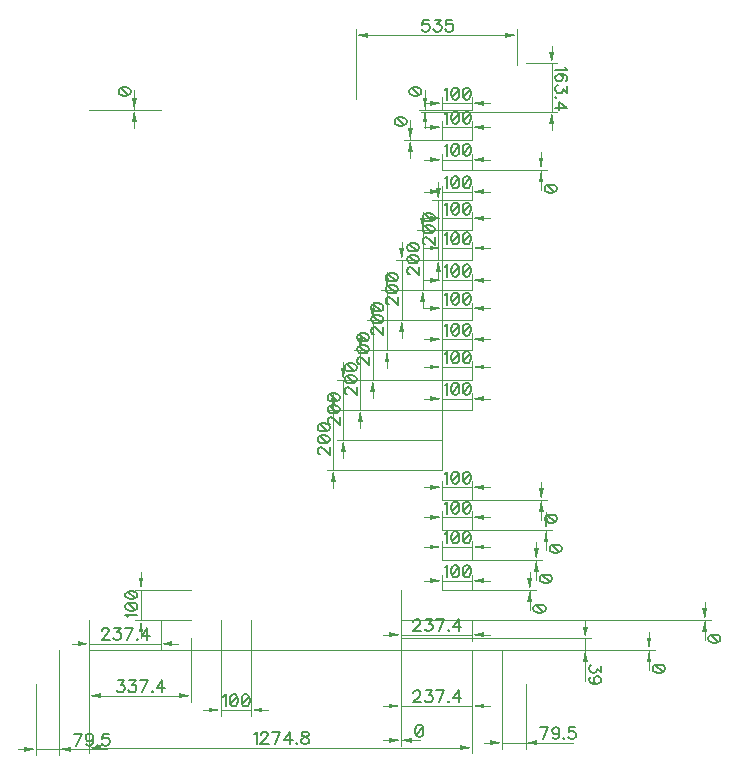
<source format=gbr>
G04 DipTrace 3.0.0.1*
G04 TopDimension.gbr*
%MOIN*%
G04 #@! TF.FileFunction,Drawing,Top*
G04 #@! TF.Part,Single*
%ADD13C,0.001378*%
%ADD40C,0.006176*%
%FSLAX26Y26*%
G04*
G70*
G90*
G75*
G01*
G04 TopDimension*
%LPD*%
X573229Y505118D2*
D13*
Y160630D1*
X1848032Y505118D2*
Y160630D1*
X1210630Y180315D2*
X612599D1*
G36*
X573229D2*
X612599Y188189D1*
Y172441D1*
X573229Y180315D1*
G37*
X1210630D2*
D13*
X1808662D1*
G36*
X1848032D2*
X1808662Y172441D1*
Y188189D1*
X1848032Y180315D1*
G37*
X573229Y505118D2*
D13*
X2458662D1*
X1848032D2*
X2458662D1*
X2438977D2*
D3*
Y564173D2*
Y544488D1*
G36*
Y505118D2*
X2431103Y544488D1*
X2446851D1*
X2438977Y505118D1*
G37*
Y446063D2*
D13*
Y465748D1*
G36*
Y505118D2*
X2446851Y465748D1*
X2431103D1*
X2438977Y505118D1*
G37*
Y438954D2*
D13*
Y505118D1*
X473229D2*
Y154331D1*
X393701Y393701D2*
Y154331D1*
Y174016D2*
X473229D1*
X334646D2*
X354331D1*
G36*
X393701D2*
X354331Y166142D1*
Y181890D1*
X393701Y174016D1*
G37*
X532284D2*
D13*
X512599D1*
G36*
X473229D2*
X512599Y181890D1*
Y166142D1*
X473229Y174016D1*
G37*
X631982D2*
D13*
X473229D1*
X1948032Y505118D2*
Y176772D1*
X2027559Y393701D2*
Y176772D1*
X1948032Y196457D2*
X2027559D1*
X1888977D2*
X1908662D1*
G36*
X1948032D2*
X1908662Y188583D1*
Y204331D1*
X1948032Y196457D1*
G37*
X2086614D2*
D13*
X2066929D1*
G36*
X2027559D2*
X2066929Y204331D1*
Y188583D1*
X2027559Y196457D1*
G37*
X2186313D2*
D13*
X2027559D1*
X1010630Y605118D2*
Y285827D1*
X1110630Y605118D2*
Y285827D1*
X1010630Y305512D2*
X1110630D1*
X951575D2*
X971260D1*
G36*
X1010630D2*
X971260Y297638D1*
Y313386D1*
X1010630Y305512D1*
G37*
X1169685D2*
D13*
X1150000D1*
G36*
X1110630D2*
X1150000Y313386D1*
Y297638D1*
X1110630Y305512D1*
G37*
X910630Y705118D2*
D13*
X725591D1*
X910630Y605118D2*
X725591D1*
X745276Y705118D2*
Y605118D1*
Y764173D2*
Y744488D1*
G36*
Y705118D2*
X737402Y744488D1*
X753150D1*
X745276Y705118D1*
G37*
Y546063D2*
D13*
Y565748D1*
G36*
Y605118D2*
X753150Y565748D1*
X737402D1*
X745276Y605118D1*
G37*
X1748032Y2305118D2*
D13*
Y2347638D1*
X1848032Y2305118D2*
Y2347638D1*
X1748032Y2327953D2*
X1848032D1*
X1688977D2*
X1708662D1*
G36*
X1748032D2*
X1708662Y2320079D1*
Y2335827D1*
X1748032Y2327953D1*
G37*
X1907087D2*
D13*
X1887402D1*
G36*
X1848032D2*
X1887402Y2335827D1*
Y2320079D1*
X1848032Y2327953D1*
G37*
X1748032Y2205118D2*
D13*
Y2267717D1*
X1848032Y2205118D2*
Y2267717D1*
X1748032Y2248032D2*
X1848032D1*
X1688977D2*
X1708662D1*
G36*
X1748032D2*
X1708662Y2240158D1*
Y2255906D1*
X1748032Y2248032D1*
G37*
X1907087D2*
D13*
X1887402D1*
G36*
X1848032D2*
X1887402Y2255906D1*
Y2240158D1*
X1848032Y2248032D1*
G37*
X1748032Y1805118D2*
D13*
Y2052362D1*
X1848032Y2005118D2*
Y2052362D1*
X1748032Y2032677D2*
X1848032D1*
X1688977D2*
X1708662D1*
G36*
X1748032D2*
X1708662Y2024803D1*
Y2040551D1*
X1748032Y2032677D1*
G37*
X1907087D2*
D13*
X1887402D1*
G36*
X1848032D2*
X1887402Y2040551D1*
Y2024803D1*
X1848032Y2032677D1*
G37*
X1748032Y1705118D2*
D13*
Y1964173D1*
X1848032Y1905118D2*
Y1964173D1*
X1748032Y1944488D2*
X1848032D1*
X1688977D2*
X1708662D1*
G36*
X1748032D2*
X1708662Y1936614D1*
Y1952362D1*
X1748032Y1944488D1*
G37*
X1907087D2*
D13*
X1887402D1*
G36*
X1848032D2*
X1887402Y1952362D1*
Y1936614D1*
X1848032Y1944488D1*
G37*
X1748032Y1605118D2*
D13*
Y1864961D1*
X1848032Y1805118D2*
Y1864961D1*
X1748032Y1845276D2*
X1848032D1*
X1688977D2*
X1708662D1*
G36*
X1748032D2*
X1708662Y1837402D1*
Y1853150D1*
X1748032Y1845276D1*
G37*
X1907087D2*
D13*
X1887402D1*
G36*
X1848032D2*
X1887402Y1853150D1*
Y1837402D1*
X1848032Y1845276D1*
G37*
X1748032Y1505118D2*
D13*
Y1757874D1*
X1848032Y1705118D2*
Y1757874D1*
X1748032Y1738189D2*
X1848032D1*
X1688977D2*
X1708662D1*
G36*
X1748032D2*
X1708662Y1730315D1*
Y1746063D1*
X1748032Y1738189D1*
G37*
X1907087D2*
D13*
X1887402D1*
G36*
X1848032D2*
X1887402Y1746063D1*
Y1730315D1*
X1848032Y1738189D1*
G37*
X1610630Y605118D2*
D13*
Y537008D1*
X1848032Y605118D2*
Y537008D1*
X1610630Y556693D2*
X1848032D1*
X1551575D2*
X1571260D1*
G36*
X1610630D2*
X1571260Y548819D1*
Y564567D1*
X1610630Y556693D1*
G37*
X1907087D2*
D13*
X1887402D1*
G36*
X1848032D2*
X1887402Y564567D1*
Y548819D1*
X1848032Y556693D1*
G37*
X810630Y605118D2*
D13*
Y507481D1*
X573229Y605118D2*
Y507481D1*
Y527166D2*
X810630D1*
X514173D2*
X533858D1*
G36*
X573229D2*
X533858Y519292D1*
Y535040D1*
X573229Y527166D1*
G37*
X869685D2*
D13*
X850000D1*
G36*
X810630D2*
X850000Y535040D1*
Y519292D1*
X810630Y527166D1*
G37*
Y2305118D2*
D13*
X703544D1*
X573229D2*
X742914D1*
X723229D2*
D3*
Y2364173D2*
Y2344488D1*
G36*
Y2305118D2*
X715355Y2344488D1*
X731103D1*
X723229Y2305118D1*
G37*
Y2246063D2*
D13*
Y2265748D1*
G36*
Y2305118D2*
X731103Y2265748D1*
X715355D1*
X723229Y2305118D1*
G37*
Y2371283D2*
D13*
Y2305118D1*
X1610630Y605118D2*
X2643701D1*
X1848032D2*
X2643701D1*
X2624016D2*
D3*
Y664173D2*
Y644488D1*
G36*
Y605118D2*
X2616142Y644488D1*
X2631890D1*
X2624016Y605118D1*
G37*
Y546063D2*
D13*
Y565748D1*
G36*
Y605118D2*
X2631890Y565748D1*
X2616142D1*
X2624016Y605118D1*
G37*
Y538954D2*
D13*
Y605118D1*
X1748032Y1405118D2*
Y1663780D1*
X1848032Y1605118D2*
Y1663780D1*
X1748032Y1644095D2*
X1848032D1*
X1688977D2*
X1708662D1*
G36*
X1748032D2*
X1708662Y1636221D1*
Y1651969D1*
X1748032Y1644095D1*
G37*
X1907087D2*
D13*
X1887402D1*
G36*
X1848032D2*
X1887402Y1651969D1*
Y1636221D1*
X1848032Y1644095D1*
G37*
X1748032Y1305118D2*
D13*
Y1561024D1*
X1848032Y1505118D2*
Y1561024D1*
X1748032Y1541339D2*
X1848032D1*
X1688977D2*
X1708662D1*
G36*
X1748032D2*
X1708662Y1533465D1*
Y1549213D1*
X1748032Y1541339D1*
G37*
X1907087D2*
D13*
X1887402D1*
G36*
X1848032D2*
X1887402Y1549213D1*
Y1533465D1*
X1848032Y1541339D1*
G37*
X1748032Y1205118D2*
D13*
Y1468504D1*
X1848032Y1405118D2*
Y1468504D1*
X1748032Y1448819D2*
X1848032D1*
X1688977D2*
X1708662D1*
G36*
X1748032D2*
X1708662Y1440945D1*
Y1456693D1*
X1748032Y1448819D1*
G37*
X1907087D2*
D13*
X1887402D1*
G36*
X1848032D2*
X1887402Y1456693D1*
Y1440945D1*
X1848032Y1448819D1*
G37*
X1748032Y1105118D2*
D13*
Y1363386D1*
X1848032Y1305118D2*
Y1363386D1*
X1748032Y1343701D2*
X1848032D1*
X1688977D2*
X1708662D1*
G36*
X1748032D2*
X1708662Y1335827D1*
Y1351575D1*
X1748032Y1343701D1*
G37*
X1907087D2*
D13*
X1887402D1*
G36*
X1848032D2*
X1887402Y1351575D1*
Y1335827D1*
X1848032Y1343701D1*
G37*
X1748032Y2305118D2*
D13*
X1672047D1*
X1848032D2*
X1672047D1*
X1691732D2*
D3*
Y2364173D2*
Y2344488D1*
G36*
Y2305118D2*
X1683858Y2344488D1*
X1699607D1*
X1691732Y2305118D1*
G37*
Y2246063D2*
D13*
Y2265748D1*
G36*
Y2305118D2*
X1699607Y2265748D1*
X1683858D1*
X1691732Y2305118D1*
G37*
Y2371283D2*
D13*
Y2305118D1*
X1848032Y2205118D2*
X1623229D1*
X1748032D2*
X1623229D1*
X1642914D2*
D3*
Y2264173D2*
Y2244488D1*
G36*
Y2205118D2*
X1635040Y2244488D1*
X1650788D1*
X1642914Y2205118D1*
G37*
Y2146063D2*
D13*
Y2165748D1*
G36*
Y2205118D2*
X1650788Y2165748D1*
X1635040D1*
X1642914Y2205118D1*
G37*
Y2271283D2*
D13*
Y2205118D1*
X1848032Y2005118D2*
X1716536D1*
X1748032Y1805118D2*
X1716536D1*
X1736221Y2005118D2*
Y1805118D1*
Y2064173D2*
Y2044488D1*
G36*
Y2005118D2*
X1728347Y2044488D1*
X1744095D1*
X1736221Y2005118D1*
G37*
Y1746063D2*
D13*
Y1765748D1*
G36*
Y1805118D2*
X1744095Y1765748D1*
X1728347D1*
X1736221Y1805118D1*
G37*
X1848032Y1905118D2*
D13*
X1664567D1*
X1748032Y1705118D2*
X1664567D1*
X1684252Y1905118D2*
Y1705118D1*
Y1964173D2*
Y1944488D1*
G36*
Y1905118D2*
X1676378Y1944488D1*
X1692126D1*
X1684252Y1905118D1*
G37*
Y1646063D2*
D13*
Y1665748D1*
G36*
Y1705118D2*
X1692126Y1665748D1*
X1676378D1*
X1684252Y1705118D1*
G37*
X1848032Y1805118D2*
D13*
X1594095D1*
X1748032Y1605118D2*
X1594095D1*
X1613780Y1805118D2*
Y1605118D1*
Y1864173D2*
Y1844488D1*
G36*
Y1805118D2*
X1605906Y1844488D1*
X1621654D1*
X1613780Y1805118D1*
G37*
Y1546063D2*
D13*
Y1565748D1*
G36*
Y1605118D2*
X1621654Y1565748D1*
X1605906D1*
X1613780Y1605118D1*
G37*
X1848032Y1705118D2*
D13*
X1545276D1*
X1748032Y1505118D2*
X1545276D1*
X1564961Y1705118D2*
Y1505118D1*
Y1764173D2*
Y1744488D1*
G36*
Y1705118D2*
X1557087Y1744488D1*
X1572835D1*
X1564961Y1705118D1*
G37*
Y1446063D2*
D13*
Y1465748D1*
G36*
Y1505118D2*
X1572835Y1465748D1*
X1557087D1*
X1564961Y1505118D1*
G37*
X1848032Y1605118D2*
D13*
X1498032D1*
X1748032Y1405118D2*
X1498032D1*
X1517717Y1605118D2*
Y1405118D1*
Y1664173D2*
Y1644488D1*
G36*
Y1605118D2*
X1509843Y1644488D1*
X1525591D1*
X1517717Y1605118D1*
G37*
Y1346063D2*
D13*
Y1365748D1*
G36*
Y1405118D2*
X1525591Y1365748D1*
X1509843D1*
X1517717Y1405118D1*
G37*
X1848032Y1505118D2*
D13*
X1456693D1*
X1748032Y1305118D2*
X1456693D1*
X1476378Y1505118D2*
Y1305118D1*
Y1564173D2*
Y1544488D1*
G36*
Y1505118D2*
X1468504Y1544488D1*
X1484252D1*
X1476378Y1505118D1*
G37*
Y1246063D2*
D13*
Y1265748D1*
G36*
Y1305118D2*
X1484252Y1265748D1*
X1468504D1*
X1476378Y1305118D1*
G37*
X1848032Y1405118D2*
D13*
X1400000D1*
X1748032Y1205118D2*
X1400000D1*
X1419685Y1405118D2*
Y1205118D1*
Y1464173D2*
Y1444488D1*
G36*
Y1405118D2*
X1411811Y1444488D1*
X1427559D1*
X1419685Y1405118D1*
G37*
Y1146063D2*
D13*
Y1165748D1*
G36*
Y1205118D2*
X1427559Y1165748D1*
X1411811D1*
X1419685Y1205118D1*
G37*
X1848032Y1305118D2*
D13*
X1366536D1*
X1748032Y1105118D2*
X1366536D1*
X1386221Y1305118D2*
Y1105118D1*
Y1364173D2*
Y1344488D1*
G36*
Y1305118D2*
X1378347Y1344488D1*
X1394095D1*
X1386221Y1305118D1*
G37*
Y1046063D2*
D13*
Y1065748D1*
G36*
Y1105118D2*
X1394095Y1065748D1*
X1378347D1*
X1386221Y1105118D1*
G37*
X1848032Y505118D2*
D13*
X2246457D1*
X1610630Y544095D2*
X2246457D1*
X2226772D2*
Y505118D1*
Y603150D2*
Y583465D1*
G36*
Y544095D2*
X2218898Y583465D1*
X2234646D1*
X2226772Y544095D1*
G37*
Y446063D2*
D13*
Y465748D1*
G36*
Y505118D2*
X2234646Y465748D1*
X2218898D1*
X2226772Y505118D1*
G37*
Y401709D2*
D13*
Y544095D1*
X910630D2*
Y333071D1*
X573229Y505118D2*
Y333071D1*
X741929Y352756D2*
X871260D1*
G36*
X910630D2*
X871260Y344882D1*
Y360630D1*
X910630Y352756D1*
G37*
X741929D2*
D13*
X612599D1*
G36*
X573229D2*
X612599Y360630D1*
Y344882D1*
X573229Y352756D1*
G37*
X1610630Y544095D2*
D13*
Y299213D1*
X1848032Y505118D2*
Y299213D1*
X1610630Y318898D2*
X1848032D1*
X1551575D2*
X1571260D1*
G36*
X1610630D2*
X1571260Y311024D1*
Y326772D1*
X1610630Y318898D1*
G37*
X1907087D2*
D13*
X1887402D1*
G36*
X1848032D2*
X1887402Y326772D1*
Y311024D1*
X1848032Y318898D1*
G37*
X1748032Y1005118D2*
D13*
Y1067717D1*
X1848032Y1005118D2*
Y1067717D1*
X1748032Y1048032D2*
X1848032D1*
X1688977D2*
X1708662D1*
G36*
X1748032D2*
X1708662Y1040158D1*
Y1055906D1*
X1748032Y1048032D1*
G37*
X1907087D2*
D13*
X1887402D1*
G36*
X1848032D2*
X1887402Y1055906D1*
Y1040158D1*
X1848032Y1048032D1*
G37*
X1748032Y1005118D2*
D13*
X2099213D1*
X1848032D2*
X2099213D1*
X2079528D2*
D3*
Y1064173D2*
Y1044488D1*
G36*
Y1005118D2*
X2071654Y1044488D1*
X2087402D1*
X2079528Y1005118D1*
G37*
Y946063D2*
D13*
Y965748D1*
G36*
Y1005118D2*
X2087402Y965748D1*
X2071654D1*
X2079528Y1005118D1*
G37*
Y938954D2*
D13*
Y1005118D1*
X1748032Y905118D2*
X2114961D1*
X1848032D2*
X2114961D1*
X2095276D2*
D3*
Y964173D2*
Y944488D1*
G36*
Y905118D2*
X2087402Y944488D1*
X2103150D1*
X2095276Y905118D1*
G37*
Y846063D2*
D13*
Y865748D1*
G36*
Y905118D2*
X2103150Y865748D1*
X2087402D1*
X2095276Y905118D1*
G37*
Y838954D2*
D13*
Y905118D1*
X1748032Y805118D2*
X2082284D1*
X1848032D2*
X2082284D1*
X2062599D2*
D3*
Y864173D2*
Y844488D1*
G36*
Y805118D2*
X2054725Y844488D1*
X2070473D1*
X2062599Y805118D1*
G37*
Y746063D2*
D13*
Y765748D1*
G36*
Y805118D2*
X2070473Y765748D1*
X2054725D1*
X2062599Y805118D1*
G37*
Y738954D2*
D13*
Y805118D1*
X1748032Y705118D2*
X2061024D1*
X1848032D2*
X2061024D1*
X2041339D2*
D3*
Y764173D2*
Y744488D1*
G36*
Y705118D2*
X2033465Y744488D1*
X2049213D1*
X2041339Y705118D1*
G37*
Y646063D2*
D13*
Y665748D1*
G36*
Y705118D2*
X2049213Y665748D1*
X2033465D1*
X2041339Y705118D1*
G37*
Y638954D2*
D13*
Y705118D1*
X1748032Y905118D2*
Y967323D1*
X1848032Y905118D2*
Y967323D1*
X1748032Y947638D2*
X1848032D1*
X1688977D2*
X1708662D1*
G36*
X1748032D2*
X1708662Y939764D1*
Y955512D1*
X1748032Y947638D1*
G37*
X1907087D2*
D13*
X1887402D1*
G36*
X1848032D2*
X1887402Y955512D1*
Y939764D1*
X1848032Y947638D1*
G37*
X1748032Y805118D2*
D13*
Y868110D1*
X1848032Y805118D2*
Y868110D1*
X1748032Y848425D2*
X1848032D1*
X1688977D2*
X1708662D1*
G36*
X1748032D2*
X1708662Y840551D1*
Y856299D1*
X1748032Y848425D1*
G37*
X1907087D2*
D13*
X1887402D1*
G36*
X1848032D2*
X1887402Y856299D1*
Y840551D1*
X1848032Y848425D1*
G37*
X1748032Y705118D2*
D13*
Y755906D1*
X1848032Y705118D2*
Y755906D1*
X1748032Y736221D2*
X1848032D1*
X1688977D2*
X1708662D1*
G36*
X1748032D2*
X1708662Y728347D1*
Y744095D1*
X1748032Y736221D1*
G37*
X1907087D2*
D13*
X1887402D1*
G36*
X1848032D2*
X1887402Y744095D1*
Y728347D1*
X1848032Y736221D1*
G37*
X1748032Y2105118D2*
D13*
Y2159843D1*
X1848032Y2105118D2*
Y2159843D1*
X1748032Y2140158D2*
X1848032D1*
X1688977D2*
X1708662D1*
G36*
X1748032D2*
X1708662Y2132284D1*
Y2148032D1*
X1748032Y2140158D1*
G37*
X1907087D2*
D13*
X1887402D1*
G36*
X1848032D2*
X1887402Y2148032D1*
Y2132284D1*
X1848032Y2140158D1*
G37*
X1748032Y2105118D2*
D13*
X2098425D1*
X1848032D2*
X2098425D1*
X2078740D2*
D3*
Y2164173D2*
Y2144488D1*
G36*
Y2105118D2*
X2070866Y2144488D1*
X2086614D1*
X2078740Y2105118D1*
G37*
Y2046063D2*
D13*
Y2065748D1*
G36*
Y2105118D2*
X2086614Y2065748D1*
X2070866D1*
X2078740Y2105118D1*
G37*
Y2038954D2*
D13*
Y2105118D1*
X1462992Y2342126D2*
Y2574410D1*
X1998032Y2455118D2*
Y2574410D1*
X1730512Y2554725D2*
X1502362D1*
G36*
X1462992D2*
X1502362Y2562599D1*
Y2546851D1*
X1462992Y2554725D1*
G37*
X1730512D2*
D13*
X1958662D1*
G36*
X1998032D2*
X1958662Y2546851D1*
Y2562599D1*
X1998032Y2554725D1*
G37*
X2027559Y2460630D2*
D13*
X2133465D1*
X1677166Y2297244D2*
X2133465D1*
X2113780Y2460630D2*
Y2297244D1*
Y2519685D2*
Y2500000D1*
G36*
Y2460630D2*
X2105906Y2500000D1*
X2121654D1*
X2113780Y2460630D1*
G37*
Y2238189D2*
D13*
Y2257874D1*
G36*
Y2297244D2*
X2121654Y2257874D1*
X2105906D1*
X2113780Y2297244D1*
G37*
X1610630Y705118D2*
D13*
Y184252D1*
Y544095D2*
Y184252D1*
Y203937D2*
D3*
X1551575D2*
X1571260D1*
G36*
X1610630D2*
X1571260Y196063D1*
Y211811D1*
X1610630Y203937D1*
G37*
X1669685D2*
D13*
X1650000D1*
G36*
X1610630D2*
X1650000Y211811D1*
Y196063D1*
X1610630Y203937D1*
G37*
X1676795D2*
D13*
X1610630D1*
X1121601Y225024D2*
D40*
X1125448Y226970D1*
X1131196Y232674D1*
Y192526D1*
X1145493Y223123D2*
Y225024D1*
X1147394Y228871D1*
X1149295Y230772D1*
X1153142Y232674D1*
X1160791D1*
X1164594Y230772D1*
X1166495Y228871D1*
X1168440Y225024D1*
Y221222D1*
X1166495Y217375D1*
X1162692Y211671D1*
X1143547Y192526D1*
X1170342D1*
X1190342D2*
X1209488Y232674D1*
X1182693D1*
X1240985Y192526D2*
Y232674D1*
X1221839Y205923D1*
X1250535D1*
X1264788Y196373D2*
X1262887Y194427D1*
X1264788Y192526D1*
X1266733Y194427D1*
X1264788Y196373D1*
X1288635Y232674D2*
X1282931Y230772D1*
X1280986Y226970D1*
Y223123D1*
X1282931Y219321D1*
X1286734Y217375D1*
X1294383Y215474D1*
X1300131Y213573D1*
X1303934Y209726D1*
X1305835Y205923D1*
Y200175D1*
X1303934Y196373D1*
X1302033Y194427D1*
X1296285Y192526D1*
X1288635D1*
X1282931Y194427D1*
X1280986Y196373D1*
X1279085Y200175D1*
Y205923D1*
X1280986Y209726D1*
X1284833Y213573D1*
X1290537Y215474D1*
X1298186Y217375D1*
X1302033Y219321D1*
X1303934Y223123D1*
Y226970D1*
X1302033Y230772D1*
X1296285Y232674D1*
X1288635D1*
X2491335Y444989D2*
X2489434Y450737D1*
X2483686Y454583D1*
X2474135Y456485D1*
X2468387D1*
X2458837Y454583D1*
X2453089Y450737D1*
X2451187Y444989D1*
Y441186D1*
X2453089Y435438D1*
X2458837Y431636D1*
X2468387Y429690D1*
X2474135D1*
X2483686Y431636D1*
X2489434Y435438D1*
X2491335Y441186D1*
Y444989D1*
X2483686Y431636D2*
X2458837Y454583D1*
X529511Y186227D2*
X548657Y226375D1*
X521862D1*
X585902Y213021D2*
X583956Y207273D1*
X580154Y203427D1*
X574406Y201525D1*
X572504D1*
X566756Y203427D1*
X562954Y207273D1*
X561008Y213021D1*
Y214923D1*
X562954Y220671D1*
X566756Y224473D1*
X572504Y226375D1*
X574406D1*
X580154Y224473D1*
X583956Y220671D1*
X585902Y213021D1*
Y203427D1*
X583956Y193876D1*
X580154Y188128D1*
X574406Y186227D1*
X570603D1*
X564855Y188128D1*
X562954Y191975D1*
X600154Y190073D2*
X598253Y188128D1*
X600154Y186227D1*
X602100Y188128D1*
X600154Y190073D1*
X637399Y226375D2*
X618298D1*
X616397Y209175D1*
X618298Y211076D1*
X624046Y213021D1*
X629750D1*
X635498Y211076D1*
X639345Y207273D1*
X641246Y201525D1*
Y197723D1*
X639345Y191975D1*
X635498Y188128D1*
X629750Y186227D1*
X624046D1*
X618298Y188128D1*
X616397Y190073D1*
X614451Y193876D1*
X2083842Y208668D2*
X2102988Y248815D1*
X2076193D1*
X2140232Y235462D2*
X2138287Y229714D1*
X2134484Y225868D1*
X2128736Y223966D1*
X2126835D1*
X2121087Y225868D1*
X2117284Y229714D1*
X2115339Y235462D1*
Y237364D1*
X2117284Y243112D1*
X2121087Y246914D1*
X2126835Y248815D1*
X2128736D1*
X2134484Y246914D1*
X2138287Y243112D1*
X2140232Y235462D1*
Y225868D1*
X2138287Y216317D1*
X2134484Y210569D1*
X2128736Y208668D1*
X2124934D1*
X2119186Y210569D1*
X2117284Y214416D1*
X2154485Y212514D2*
X2152584Y210569D1*
X2154485Y208668D1*
X2156431Y210569D1*
X2154485Y212514D1*
X2191730Y248815D2*
X2172629D1*
X2170727Y231616D1*
X2172629Y233517D1*
X2178377Y235462D1*
X2184081D1*
X2189829Y233517D1*
X2193675Y229714D1*
X2195577Y223966D1*
Y220164D1*
X2193675Y214416D1*
X2189829Y210569D1*
X2184081Y208668D1*
X2178377D1*
X2172629Y210569D1*
X2170727Y212514D1*
X2168782Y216317D1*
X1019775Y350221D2*
X1023621Y352167D1*
X1029369Y357871D1*
Y317723D1*
X1053217Y357871D2*
X1047469Y355969D1*
X1043622Y350221D1*
X1041721Y340671D1*
Y334923D1*
X1043622Y325372D1*
X1047469Y319624D1*
X1053217Y317723D1*
X1057019D1*
X1062767Y319624D1*
X1066570Y325372D1*
X1068515Y334923D1*
Y340671D1*
X1066570Y350221D1*
X1062767Y355969D1*
X1057019Y357871D1*
X1053217D1*
X1066570Y350221D2*
X1043622Y325372D1*
X1092363Y357871D2*
X1086615Y355969D1*
X1082768Y350221D1*
X1080867Y340671D1*
Y334923D1*
X1082768Y325372D1*
X1086615Y319624D1*
X1092363Y317723D1*
X1096165D1*
X1101913Y319624D1*
X1105716Y325372D1*
X1107661Y334923D1*
Y340671D1*
X1105716Y350221D1*
X1101913Y355969D1*
X1096165Y357871D1*
X1092363D1*
X1105716Y350221D2*
X1082768Y325372D1*
X700567Y614263D2*
X698621Y618109D1*
X692917Y623858D1*
X733065D1*
X692917Y647705D2*
X694819Y641957D1*
X700567Y638110D1*
X710117Y636209D1*
X715865D1*
X725416Y638110D1*
X731164Y641957D1*
X733065Y647705D1*
Y651508D1*
X731164Y657256D1*
X725416Y661058D1*
X715865Y663004D1*
X710117D1*
X700567Y661058D1*
X694819Y657256D1*
X692917Y651508D1*
Y647705D1*
X700567Y661058D2*
X725416Y638110D1*
X692917Y686851D2*
X694819Y681103D1*
X700567Y677256D1*
X710117Y675355D1*
X715865D1*
X725416Y677256D1*
X731164Y681103D1*
X733065Y686851D1*
Y690654D1*
X731164Y696402D1*
X725416Y700204D1*
X715865Y702150D1*
X710117D1*
X700567Y700204D1*
X694819Y696402D1*
X692917Y690654D1*
Y686851D1*
X700567Y700204D2*
X725416Y677256D1*
X1757176Y2372662D2*
X1761023Y2374608D1*
X1766771Y2380312D1*
Y2340164D1*
X1790618Y2380312D2*
X1784870Y2378410D1*
X1781024Y2372662D1*
X1779122Y2363112D1*
Y2357364D1*
X1781024Y2347813D1*
X1784870Y2342065D1*
X1790618Y2340164D1*
X1794421D1*
X1800169Y2342065D1*
X1803971Y2347813D1*
X1805917Y2357364D1*
Y2363112D1*
X1803971Y2372662D1*
X1800169Y2378410D1*
X1794421Y2380312D1*
X1790618D1*
X1803971Y2372662D2*
X1781024Y2347813D1*
X1829764Y2380312D2*
X1824016Y2378410D1*
X1820170Y2372662D1*
X1818268Y2363112D1*
Y2357364D1*
X1820170Y2347813D1*
X1824016Y2342065D1*
X1829764Y2340164D1*
X1833567D1*
X1839315Y2342065D1*
X1843118Y2347813D1*
X1845063Y2357364D1*
Y2363112D1*
X1843118Y2372662D1*
X1839315Y2378410D1*
X1833567Y2380312D1*
X1829764D1*
X1843118Y2372662D2*
X1820170Y2347813D1*
X1757176Y2292741D2*
X1761023Y2294686D1*
X1766771Y2300390D1*
Y2260242D1*
X1790618Y2300390D2*
X1784870Y2298489D1*
X1781024Y2292741D1*
X1779122Y2283190D1*
Y2277442D1*
X1781024Y2267892D1*
X1784870Y2262144D1*
X1790618Y2260242D1*
X1794421D1*
X1800169Y2262144D1*
X1803971Y2267892D1*
X1805917Y2277442D1*
Y2283190D1*
X1803971Y2292741D1*
X1800169Y2298489D1*
X1794421Y2300390D1*
X1790618D1*
X1803971Y2292741D2*
X1781024Y2267892D1*
X1829764Y2300390D2*
X1824016Y2298489D1*
X1820170Y2292741D1*
X1818268Y2283190D1*
Y2277442D1*
X1820170Y2267892D1*
X1824016Y2262144D1*
X1829764Y2260242D1*
X1833567D1*
X1839315Y2262144D1*
X1843118Y2267892D1*
X1845063Y2277442D1*
Y2283190D1*
X1843118Y2292741D1*
X1839315Y2298489D1*
X1833567Y2300390D1*
X1829764D1*
X1843118Y2292741D2*
X1820170Y2267892D1*
X1757176Y2077387D2*
X1761023Y2079332D1*
X1766771Y2085036D1*
Y2044888D1*
X1790618Y2085036D2*
X1784870Y2083135D1*
X1781024Y2077387D1*
X1779122Y2067836D1*
Y2062088D1*
X1781024Y2052537D1*
X1784870Y2046789D1*
X1790618Y2044888D1*
X1794421D1*
X1800169Y2046789D1*
X1803971Y2052537D1*
X1805917Y2062088D1*
Y2067836D1*
X1803971Y2077387D1*
X1800169Y2083135D1*
X1794421Y2085036D1*
X1790618D1*
X1803971Y2077387D2*
X1781024Y2052537D1*
X1829764Y2085036D2*
X1824016Y2083135D1*
X1820170Y2077387D1*
X1818268Y2067836D1*
Y2062088D1*
X1820170Y2052537D1*
X1824016Y2046789D1*
X1829764Y2044888D1*
X1833567D1*
X1839315Y2046789D1*
X1843118Y2052537D1*
X1845063Y2062088D1*
Y2067836D1*
X1843118Y2077387D1*
X1839315Y2083135D1*
X1833567Y2085036D1*
X1829764D1*
X1843118Y2077387D2*
X1820170Y2052537D1*
X1757176Y1989198D2*
X1761023Y1991143D1*
X1766771Y1996847D1*
Y1956699D1*
X1790618Y1996847D2*
X1784870Y1994946D1*
X1781024Y1989198D1*
X1779122Y1979647D1*
Y1973899D1*
X1781024Y1964348D1*
X1784870Y1958600D1*
X1790618Y1956699D1*
X1794421D1*
X1800169Y1958600D1*
X1803971Y1964348D1*
X1805917Y1973899D1*
Y1979647D1*
X1803971Y1989198D1*
X1800169Y1994946D1*
X1794421Y1996847D1*
X1790618D1*
X1803971Y1989198D2*
X1781024Y1964348D1*
X1829764Y1996847D2*
X1824016Y1994946D1*
X1820170Y1989198D1*
X1818268Y1979647D1*
Y1973899D1*
X1820170Y1964348D1*
X1824016Y1958600D1*
X1829764Y1956699D1*
X1833567D1*
X1839315Y1958600D1*
X1843118Y1964348D1*
X1845063Y1973899D1*
Y1979647D1*
X1843118Y1989198D1*
X1839315Y1994946D1*
X1833567Y1996847D1*
X1829764D1*
X1843118Y1989198D2*
X1820170Y1964348D1*
X1757176Y1889985D2*
X1761023Y1891931D1*
X1766771Y1897634D1*
Y1857487D1*
X1790618Y1897634D2*
X1784870Y1895733D1*
X1781024Y1889985D1*
X1779122Y1880434D1*
Y1874686D1*
X1781024Y1865136D1*
X1784870Y1859388D1*
X1790618Y1857487D1*
X1794421D1*
X1800169Y1859388D1*
X1803971Y1865136D1*
X1805917Y1874686D1*
Y1880434D1*
X1803971Y1889985D1*
X1800169Y1895733D1*
X1794421Y1897634D1*
X1790618D1*
X1803971Y1889985D2*
X1781024Y1865136D1*
X1829764Y1897634D2*
X1824016Y1895733D1*
X1820170Y1889985D1*
X1818268Y1880434D1*
Y1874686D1*
X1820170Y1865136D1*
X1824016Y1859388D1*
X1829764Y1857487D1*
X1833567D1*
X1839315Y1859388D1*
X1843118Y1865136D1*
X1845063Y1874686D1*
Y1880434D1*
X1843118Y1889985D1*
X1839315Y1895733D1*
X1833567Y1897634D1*
X1829764D1*
X1843118Y1889985D2*
X1820170Y1865136D1*
X1757176Y1782898D2*
X1761023Y1784844D1*
X1766771Y1790548D1*
Y1750400D1*
X1790618Y1790548D2*
X1784870Y1788646D1*
X1781024Y1782898D1*
X1779122Y1773348D1*
Y1767600D1*
X1781024Y1758049D1*
X1784870Y1752301D1*
X1790618Y1750400D1*
X1794421D1*
X1800169Y1752301D1*
X1803971Y1758049D1*
X1805917Y1767600D1*
Y1773348D1*
X1803971Y1782898D1*
X1800169Y1788646D1*
X1794421Y1790548D1*
X1790618D1*
X1803971Y1782898D2*
X1781024Y1758049D1*
X1829764Y1790548D2*
X1824016Y1788646D1*
X1820170Y1782898D1*
X1818268Y1773348D1*
Y1767600D1*
X1820170Y1758049D1*
X1824016Y1752301D1*
X1829764Y1750400D1*
X1833567D1*
X1839315Y1752301D1*
X1843118Y1758049D1*
X1845063Y1767600D1*
Y1773348D1*
X1843118Y1782898D1*
X1839315Y1788646D1*
X1833567Y1790548D1*
X1829764D1*
X1843118Y1782898D2*
X1820170Y1758049D1*
X1653198Y599501D2*
Y601402D1*
X1655099Y605249D1*
X1657001Y607150D1*
X1660847Y609052D1*
X1668497D1*
X1672299Y607150D1*
X1674201Y605249D1*
X1676146Y601402D1*
Y597600D1*
X1674201Y593753D1*
X1670398Y588049D1*
X1651253Y568904D1*
X1678047D1*
X1694245Y609052D2*
X1715248D1*
X1703796Y593753D1*
X1709544D1*
X1713347Y591852D1*
X1715248Y589951D1*
X1717193Y584202D1*
Y580400D1*
X1715248Y574652D1*
X1711445Y570805D1*
X1705697Y568904D1*
X1699949D1*
X1694245Y570805D1*
X1692344Y572751D1*
X1690399Y576553D1*
X1737194Y568904D2*
X1756339Y609052D1*
X1729545D1*
X1770592Y572751D2*
X1768691Y570805D1*
X1770592Y568904D1*
X1772538Y570805D1*
X1770592Y572751D1*
X1804034Y568904D2*
Y609052D1*
X1784889Y582301D1*
X1813585D1*
X615797Y569974D2*
Y571875D1*
X617698Y575722D1*
X619599Y577623D1*
X623446Y579524D1*
X631095D1*
X634898Y577623D1*
X636799Y575722D1*
X638744Y571875D1*
Y568072D1*
X636799Y564226D1*
X632996Y558522D1*
X613851Y539376D1*
X640646D1*
X656844Y579524D2*
X677846D1*
X666394Y564226D1*
X672142D1*
X675945Y562324D1*
X677846Y560423D1*
X679792Y554675D1*
Y550872D1*
X677846Y545124D1*
X674044Y541278D1*
X668296Y539376D1*
X662548D1*
X656844Y541278D1*
X654943Y543223D1*
X652997Y547026D1*
X699792Y539376D2*
X718938Y579524D1*
X692143D1*
X733191Y543223D2*
X731289Y541278D1*
X733191Y539376D1*
X735136Y541278D1*
X733191Y543223D1*
X766633Y539376D2*
Y579524D1*
X747487Y552774D1*
X776183D1*
X670870Y2365248D2*
X672771Y2359500D1*
X678519Y2355653D1*
X688070Y2353752D1*
X693818D1*
X703368Y2355653D1*
X709117Y2359500D1*
X711018Y2365248D1*
Y2369051D1*
X709117Y2374799D1*
X703368Y2378601D1*
X693818Y2380547D1*
X688070D1*
X678519Y2378601D1*
X672771Y2374799D1*
X670870Y2369051D1*
Y2365248D1*
X678519Y2378601D2*
X703368Y2355653D1*
X2676375Y544989D2*
X2674473Y550737D1*
X2668725Y554583D1*
X2659175Y556485D1*
X2653427D1*
X2643876Y554583D1*
X2638128Y550737D1*
X2636227Y544989D1*
Y541186D1*
X2638128Y535438D1*
X2643876Y531636D1*
X2653427Y529690D1*
X2659175D1*
X2668725Y531636D1*
X2674473Y535438D1*
X2676375Y541186D1*
Y544989D1*
X2668725Y531636D2*
X2643876Y554583D1*
X1757176Y1688804D2*
X1761023Y1690749D1*
X1766771Y1696453D1*
Y1656305D1*
X1790618Y1696453D2*
X1784870Y1694552D1*
X1781024Y1688804D1*
X1779122Y1679253D1*
Y1673505D1*
X1781024Y1663955D1*
X1784870Y1658207D1*
X1790618Y1656305D1*
X1794421D1*
X1800169Y1658207D1*
X1803971Y1663955D1*
X1805917Y1673505D1*
Y1679253D1*
X1803971Y1688804D1*
X1800169Y1694552D1*
X1794421Y1696453D1*
X1790618D1*
X1803971Y1688804D2*
X1781024Y1663955D1*
X1829764Y1696453D2*
X1824016Y1694552D1*
X1820170Y1688804D1*
X1818268Y1679253D1*
Y1673505D1*
X1820170Y1663955D1*
X1824016Y1658207D1*
X1829764Y1656305D1*
X1833567D1*
X1839315Y1658207D1*
X1843118Y1663955D1*
X1845063Y1673505D1*
Y1679253D1*
X1843118Y1688804D1*
X1839315Y1694552D1*
X1833567Y1696453D1*
X1829764D1*
X1843118Y1688804D2*
X1820170Y1663955D1*
X1757176Y1586048D2*
X1761023Y1587994D1*
X1766771Y1593697D1*
Y1553550D1*
X1790618Y1593697D2*
X1784870Y1591796D1*
X1781024Y1586048D1*
X1779122Y1576497D1*
Y1570749D1*
X1781024Y1561199D1*
X1784870Y1555451D1*
X1790618Y1553550D1*
X1794421D1*
X1800169Y1555451D1*
X1803971Y1561199D1*
X1805917Y1570749D1*
Y1576497D1*
X1803971Y1586048D1*
X1800169Y1591796D1*
X1794421Y1593697D1*
X1790618D1*
X1803971Y1586048D2*
X1781024Y1561199D1*
X1829764Y1593697D2*
X1824016Y1591796D1*
X1820170Y1586048D1*
X1818268Y1576497D1*
Y1570749D1*
X1820170Y1561199D1*
X1824016Y1555451D1*
X1829764Y1553550D1*
X1833567D1*
X1839315Y1555451D1*
X1843118Y1561199D1*
X1845063Y1570749D1*
Y1576497D1*
X1843118Y1586048D1*
X1839315Y1591796D1*
X1833567Y1593697D1*
X1829764D1*
X1843118Y1586048D2*
X1820170Y1561199D1*
X1757176Y1493528D2*
X1761023Y1495474D1*
X1766771Y1501178D1*
Y1461030D1*
X1790618Y1501178D2*
X1784870Y1499276D1*
X1781024Y1493528D1*
X1779122Y1483978D1*
Y1478230D1*
X1781024Y1468679D1*
X1784870Y1462931D1*
X1790618Y1461030D1*
X1794421D1*
X1800169Y1462931D1*
X1803971Y1468679D1*
X1805917Y1478230D1*
Y1483978D1*
X1803971Y1493528D1*
X1800169Y1499276D1*
X1794421Y1501178D1*
X1790618D1*
X1803971Y1493528D2*
X1781024Y1468679D1*
X1829764Y1501178D2*
X1824016Y1499276D1*
X1820170Y1493528D1*
X1818268Y1483978D1*
Y1478230D1*
X1820170Y1468679D1*
X1824016Y1462931D1*
X1829764Y1461030D1*
X1833567D1*
X1839315Y1462931D1*
X1843118Y1468679D1*
X1845063Y1478230D1*
Y1483978D1*
X1843118Y1493528D1*
X1839315Y1499276D1*
X1833567Y1501178D1*
X1829764D1*
X1843118Y1493528D2*
X1820170Y1468679D1*
X1757176Y1388410D2*
X1761023Y1390356D1*
X1766771Y1396060D1*
Y1355912D1*
X1790618Y1396060D2*
X1784870Y1394158D1*
X1781024Y1388410D1*
X1779122Y1378860D1*
Y1373112D1*
X1781024Y1363561D1*
X1784870Y1357813D1*
X1790618Y1355912D1*
X1794421D1*
X1800169Y1357813D1*
X1803971Y1363561D1*
X1805917Y1373112D1*
Y1378860D1*
X1803971Y1388410D1*
X1800169Y1394158D1*
X1794421Y1396060D1*
X1790618D1*
X1803971Y1388410D2*
X1781024Y1363561D1*
X1829764Y1396060D2*
X1824016Y1394158D1*
X1820170Y1388410D1*
X1818268Y1378860D1*
Y1373112D1*
X1820170Y1363561D1*
X1824016Y1357813D1*
X1829764Y1355912D1*
X1833567D1*
X1839315Y1357813D1*
X1843118Y1363561D1*
X1845063Y1373112D1*
Y1378860D1*
X1843118Y1388410D1*
X1839315Y1394158D1*
X1833567Y1396060D1*
X1829764D1*
X1843118Y1388410D2*
X1820170Y1363561D1*
X1639374Y2365248D2*
X1641275Y2359500D1*
X1647023Y2355653D1*
X1656574Y2353752D1*
X1662322D1*
X1671872Y2355653D1*
X1677620Y2359500D1*
X1679522Y2365248D1*
Y2369051D1*
X1677620Y2374799D1*
X1671872Y2378601D1*
X1662322Y2380547D1*
X1656574D1*
X1647023Y2378601D1*
X1641275Y2374799D1*
X1639374Y2369051D1*
Y2365248D1*
X1647023Y2378601D2*
X1671872Y2355653D1*
X1590555Y2265248D2*
X1592456Y2259500D1*
X1598204Y2255653D1*
X1607755Y2253752D1*
X1613503D1*
X1623054Y2255653D1*
X1628802Y2259500D1*
X1630703Y2265248D1*
Y2269051D1*
X1628802Y2274799D1*
X1623054Y2278601D1*
X1613503Y2280547D1*
X1607755D1*
X1598204Y2278601D1*
X1592456Y2274799D1*
X1590555Y2269051D1*
Y2265248D1*
X1598204Y2278601D2*
X1623054Y2255653D1*
X1693413Y1857608D2*
X1691511D1*
X1687665Y1859510D1*
X1685763Y1861411D1*
X1683862Y1865258D1*
Y1872907D1*
X1685763Y1876709D1*
X1687665Y1878611D1*
X1691511Y1880556D1*
X1695314D1*
X1699161Y1878611D1*
X1704865Y1874808D1*
X1724010Y1855663D1*
Y1882457D1*
X1683862Y1906305D2*
X1685763Y1900557D1*
X1691511Y1896710D1*
X1701062Y1894809D1*
X1706810D1*
X1716361Y1896710D1*
X1722109Y1900557D1*
X1724010Y1906305D1*
Y1910107D1*
X1722109Y1915855D1*
X1716361Y1919658D1*
X1706810Y1921604D1*
X1701062D1*
X1691511Y1919658D1*
X1685763Y1915855D1*
X1683862Y1910107D1*
Y1906305D1*
X1691511Y1919658D2*
X1716361Y1896710D1*
X1683862Y1945451D2*
X1685763Y1939703D1*
X1691511Y1935856D1*
X1701062Y1933955D1*
X1706810D1*
X1716361Y1935856D1*
X1722109Y1939703D1*
X1724010Y1945451D1*
Y1949254D1*
X1722109Y1955002D1*
X1716361Y1958804D1*
X1706810Y1960750D1*
X1701062D1*
X1691511Y1958804D1*
X1685763Y1955002D1*
X1683862Y1949254D1*
Y1945451D1*
X1691511Y1958804D2*
X1716361Y1935856D1*
X1641444Y1757608D2*
X1639543D1*
X1635696Y1759510D1*
X1633795Y1761411D1*
X1631894Y1765258D1*
Y1772907D1*
X1633795Y1776709D1*
X1635696Y1778611D1*
X1639543Y1780556D1*
X1643345D1*
X1647192Y1778611D1*
X1652896Y1774808D1*
X1672041Y1755663D1*
Y1782457D1*
X1631894Y1806305D2*
X1633795Y1800557D1*
X1639543Y1796710D1*
X1649094Y1794809D1*
X1654842D1*
X1664392Y1796710D1*
X1670140Y1800557D1*
X1672041Y1806305D1*
Y1810107D1*
X1670140Y1815855D1*
X1664392Y1819658D1*
X1654842Y1821604D1*
X1649094D1*
X1639543Y1819658D1*
X1633795Y1815855D1*
X1631894Y1810107D1*
Y1806305D1*
X1639543Y1819658D2*
X1664392Y1796710D1*
X1631894Y1845451D2*
X1633795Y1839703D1*
X1639543Y1835856D1*
X1649094Y1833955D1*
X1654842D1*
X1664392Y1835856D1*
X1670140Y1839703D1*
X1672041Y1845451D1*
Y1849254D1*
X1670140Y1855002D1*
X1664392Y1858804D1*
X1654842Y1860750D1*
X1649094D1*
X1639543Y1858804D1*
X1633795Y1855002D1*
X1631894Y1849254D1*
Y1845451D1*
X1639543Y1858804D2*
X1664392Y1835856D1*
X1570972Y1657608D2*
X1569070D1*
X1565224Y1659510D1*
X1563322Y1661411D1*
X1561421Y1665258D1*
Y1672907D1*
X1563322Y1676709D1*
X1565224Y1678611D1*
X1569070Y1680556D1*
X1572873D1*
X1576720Y1678611D1*
X1582424Y1674808D1*
X1601569Y1655663D1*
Y1682457D1*
X1561421Y1706305D2*
X1563322Y1700557D1*
X1569070Y1696710D1*
X1578621Y1694809D1*
X1584369D1*
X1593920Y1696710D1*
X1599668Y1700557D1*
X1601569Y1706305D1*
Y1710107D1*
X1599668Y1715855D1*
X1593920Y1719658D1*
X1584369Y1721604D1*
X1578621D1*
X1569070Y1719658D1*
X1563322Y1715855D1*
X1561421Y1710107D1*
Y1706305D1*
X1569070Y1719658D2*
X1593920Y1696710D1*
X1561421Y1745451D2*
X1563322Y1739703D1*
X1569070Y1735856D1*
X1578621Y1733955D1*
X1584369D1*
X1593920Y1735856D1*
X1599668Y1739703D1*
X1601569Y1745451D1*
Y1749254D1*
X1599668Y1755002D1*
X1593920Y1758804D1*
X1584369Y1760750D1*
X1578621D1*
X1569070Y1758804D1*
X1563322Y1755002D1*
X1561421Y1749254D1*
Y1745451D1*
X1569070Y1758804D2*
X1593920Y1735856D1*
X1522153Y1557608D2*
X1520252D1*
X1516405Y1559510D1*
X1514504Y1561411D1*
X1512602Y1565258D1*
Y1572907D1*
X1514504Y1576709D1*
X1516405Y1578611D1*
X1520252Y1580556D1*
X1524054D1*
X1527901Y1578611D1*
X1533605Y1574808D1*
X1552750Y1555663D1*
Y1582457D1*
X1512602Y1606305D2*
X1514504Y1600557D1*
X1520252Y1596710D1*
X1529802Y1594809D1*
X1535550D1*
X1545101Y1596710D1*
X1550849Y1600557D1*
X1552750Y1606305D1*
Y1610107D1*
X1550849Y1615855D1*
X1545101Y1619658D1*
X1535550Y1621604D1*
X1529802D1*
X1520252Y1619658D1*
X1514504Y1615855D1*
X1512602Y1610107D1*
Y1606305D1*
X1520252Y1619658D2*
X1545101Y1596710D1*
X1512602Y1645451D2*
X1514504Y1639703D1*
X1520252Y1635856D1*
X1529802Y1633955D1*
X1535550D1*
X1545101Y1635856D1*
X1550849Y1639703D1*
X1552750Y1645451D1*
Y1649254D1*
X1550849Y1655002D1*
X1545101Y1658804D1*
X1535550Y1660750D1*
X1529802D1*
X1520252Y1658804D1*
X1514504Y1655002D1*
X1512602Y1649254D1*
Y1645451D1*
X1520252Y1658804D2*
X1545101Y1635856D1*
X1474909Y1457608D2*
X1473008D1*
X1469161Y1459510D1*
X1467259Y1461411D1*
X1465358Y1465258D1*
Y1472907D1*
X1467259Y1476709D1*
X1469161Y1478611D1*
X1473008Y1480556D1*
X1476810D1*
X1480657Y1478611D1*
X1486361Y1474808D1*
X1505506Y1455663D1*
Y1482457D1*
X1465358Y1506305D2*
X1467259Y1500557D1*
X1473008Y1496710D1*
X1482558Y1494809D1*
X1488306D1*
X1497857Y1496710D1*
X1503605Y1500557D1*
X1505506Y1506305D1*
Y1510107D1*
X1503605Y1515855D1*
X1497857Y1519658D1*
X1488306Y1521604D1*
X1482558D1*
X1473008Y1519658D1*
X1467259Y1515855D1*
X1465358Y1510107D1*
Y1506305D1*
X1473008Y1519658D2*
X1497857Y1496710D1*
X1465358Y1545451D2*
X1467259Y1539703D1*
X1473008Y1535856D1*
X1482558Y1533955D1*
X1488306D1*
X1497857Y1535856D1*
X1503605Y1539703D1*
X1505506Y1545451D1*
Y1549254D1*
X1503605Y1555002D1*
X1497857Y1558804D1*
X1488306Y1560750D1*
X1482558D1*
X1473008Y1558804D1*
X1467259Y1555002D1*
X1465358Y1549254D1*
Y1545451D1*
X1473008Y1558804D2*
X1497857Y1535856D1*
X1433570Y1357608D2*
X1431669D1*
X1427822Y1359510D1*
X1425921Y1361411D1*
X1424020Y1365258D1*
Y1372907D1*
X1425921Y1376709D1*
X1427822Y1378611D1*
X1431669Y1380556D1*
X1435471D1*
X1439318Y1378611D1*
X1445022Y1374808D1*
X1464167Y1355663D1*
Y1382457D1*
X1424020Y1406305D2*
X1425921Y1400557D1*
X1431669Y1396710D1*
X1441219Y1394809D1*
X1446968D1*
X1456518Y1396710D1*
X1462266Y1400557D1*
X1464167Y1406305D1*
Y1410107D1*
X1462266Y1415855D1*
X1456518Y1419658D1*
X1446968Y1421604D1*
X1441219D1*
X1431669Y1419658D1*
X1425921Y1415855D1*
X1424020Y1410107D1*
Y1406305D1*
X1431669Y1419658D2*
X1456518Y1396710D1*
X1424020Y1445451D2*
X1425921Y1439703D1*
X1431669Y1435856D1*
X1441219Y1433955D1*
X1446968D1*
X1456518Y1435856D1*
X1462266Y1439703D1*
X1464167Y1445451D1*
Y1449254D1*
X1462266Y1455002D1*
X1456518Y1458804D1*
X1446968Y1460750D1*
X1441219D1*
X1431669Y1458804D1*
X1425921Y1455002D1*
X1424020Y1449254D1*
Y1445451D1*
X1431669Y1458804D2*
X1456518Y1435856D1*
X1376877Y1257608D2*
X1374976D1*
X1371129Y1259510D1*
X1369228Y1261411D1*
X1367327Y1265258D1*
Y1272907D1*
X1369228Y1276709D1*
X1371129Y1278611D1*
X1374976Y1280556D1*
X1378779D1*
X1382625Y1278611D1*
X1388329Y1274808D1*
X1407474Y1255663D1*
Y1282457D1*
X1367327Y1306305D2*
X1369228Y1300557D1*
X1374976Y1296710D1*
X1384527Y1294809D1*
X1390275D1*
X1399825Y1296710D1*
X1405573Y1300557D1*
X1407474Y1306305D1*
Y1310107D1*
X1405573Y1315855D1*
X1399825Y1319658D1*
X1390275Y1321604D1*
X1384527D1*
X1374976Y1319658D1*
X1369228Y1315855D1*
X1367327Y1310107D1*
Y1306305D1*
X1374976Y1319658D2*
X1399825Y1296710D1*
X1367327Y1345451D2*
X1369228Y1339703D1*
X1374976Y1335856D1*
X1384527Y1333955D1*
X1390275D1*
X1399825Y1335856D1*
X1405573Y1339703D1*
X1407474Y1345451D1*
Y1349254D1*
X1405573Y1355002D1*
X1399825Y1358804D1*
X1390275Y1360750D1*
X1384527D1*
X1374976Y1358804D1*
X1369228Y1355002D1*
X1367327Y1349254D1*
Y1345451D1*
X1374976Y1358804D2*
X1399825Y1335856D1*
X1343413Y1157608D2*
X1341511D1*
X1337665Y1159510D1*
X1335763Y1161411D1*
X1333862Y1165258D1*
Y1172907D1*
X1335763Y1176709D1*
X1337665Y1178611D1*
X1341511Y1180556D1*
X1345314D1*
X1349161Y1178611D1*
X1354865Y1174808D1*
X1374010Y1155663D1*
Y1182457D1*
X1333862Y1206305D2*
X1335763Y1200557D1*
X1341511Y1196710D1*
X1351062Y1194809D1*
X1356810D1*
X1366361Y1196710D1*
X1372109Y1200557D1*
X1374010Y1206305D1*
Y1210107D1*
X1372109Y1215855D1*
X1366361Y1219658D1*
X1356810Y1221604D1*
X1351062D1*
X1341511Y1219658D1*
X1335763Y1215855D1*
X1333862Y1210107D1*
Y1206305D1*
X1341511Y1219658D2*
X1366361Y1196710D1*
X1333862Y1245451D2*
X1335763Y1239703D1*
X1341511Y1235856D1*
X1351062Y1233955D1*
X1356810D1*
X1366361Y1235856D1*
X1372109Y1239703D1*
X1374010Y1245451D1*
Y1249254D1*
X1372109Y1255002D1*
X1366361Y1258804D1*
X1356810Y1260750D1*
X1351062D1*
X1341511Y1258804D1*
X1335763Y1255002D1*
X1333862Y1249254D1*
Y1245451D1*
X1341511Y1258804D2*
X1366361Y1235856D1*
X2279130Y452638D2*
Y431636D1*
X2263832Y443087D1*
Y437339D1*
X2261931Y433537D1*
X2260029Y431636D1*
X2254281Y429690D1*
X2250479D1*
X2244731Y431636D1*
X2240884Y435438D1*
X2238983Y441186D1*
Y446934D1*
X2240884Y452638D1*
X2242829Y454539D1*
X2246632Y456485D1*
X2265777Y392445D2*
X2260029Y394391D1*
X2256183Y398193D1*
X2254281Y403941D1*
Y405843D1*
X2256183Y411591D1*
X2260029Y415393D1*
X2265777Y417339D1*
X2267679D1*
X2273427Y415393D1*
X2277229Y411591D1*
X2279130Y405843D1*
Y403941D1*
X2277229Y398193D1*
X2273427Y394391D1*
X2265777Y392445D1*
X2256183D1*
X2246632Y394391D1*
X2240884Y398193D1*
X2238983Y403941D1*
Y407744D1*
X2240884Y413492D1*
X2244731Y415393D1*
X667698Y405115D2*
X688700D1*
X677248Y389816D1*
X682996D1*
X686799Y387915D1*
X688700Y386014D1*
X690646Y380265D1*
Y376463D1*
X688700Y370715D1*
X684898Y366868D1*
X679150Y364967D1*
X673402D1*
X667698Y366868D1*
X665797Y368814D1*
X663851Y372616D1*
X706844Y405115D2*
X727846D1*
X716394Y389816D1*
X722142D1*
X725945Y387915D1*
X727846Y386014D1*
X729792Y380265D1*
Y376463D1*
X727846Y370715D1*
X724044Y366868D1*
X718296Y364967D1*
X712548D1*
X706844Y366868D1*
X704943Y368814D1*
X702997Y372616D1*
X749792Y364967D2*
X768938Y405115D1*
X742143D1*
X783191Y368814D2*
X781289Y366868D1*
X783191Y364967D1*
X785136Y366868D1*
X783191Y368814D1*
X816633Y364967D2*
Y405115D1*
X797487Y378364D1*
X826183D1*
X1653198Y361706D2*
Y363607D1*
X1655099Y367454D1*
X1657001Y369355D1*
X1660847Y371256D1*
X1668497D1*
X1672299Y369355D1*
X1674201Y367454D1*
X1676146Y363607D1*
Y359805D1*
X1674201Y355958D1*
X1670398Y350254D1*
X1651253Y331109D1*
X1678047D1*
X1694245Y371256D2*
X1715248D1*
X1703796Y355958D1*
X1709544D1*
X1713347Y354057D1*
X1715248Y352155D1*
X1717193Y346407D1*
Y342605D1*
X1715248Y336857D1*
X1711445Y333010D1*
X1705697Y331109D1*
X1699949D1*
X1694245Y333010D1*
X1692344Y334955D1*
X1690399Y338758D1*
X1737194Y331109D2*
X1756339Y371256D1*
X1729545D1*
X1770592Y334955D2*
X1768691Y333010D1*
X1770592Y331109D1*
X1772538Y333010D1*
X1770592Y334955D1*
X1804034Y331109D2*
Y371256D1*
X1784889Y344506D1*
X1813585D1*
X1757176Y1092741D2*
X1761023Y1094686D1*
X1766771Y1100390D1*
Y1060242D1*
X1790618Y1100390D2*
X1784870Y1098489D1*
X1781024Y1092741D1*
X1779122Y1083190D1*
Y1077442D1*
X1781024Y1067892D1*
X1784870Y1062144D1*
X1790618Y1060242D1*
X1794421D1*
X1800169Y1062144D1*
X1803971Y1067892D1*
X1805917Y1077442D1*
Y1083190D1*
X1803971Y1092741D1*
X1800169Y1098489D1*
X1794421Y1100390D1*
X1790618D1*
X1803971Y1092741D2*
X1781024Y1067892D1*
X1829764Y1100390D2*
X1824016Y1098489D1*
X1820170Y1092741D1*
X1818268Y1083190D1*
Y1077442D1*
X1820170Y1067892D1*
X1824016Y1062144D1*
X1829764Y1060242D1*
X1833567D1*
X1839315Y1062144D1*
X1843118Y1067892D1*
X1845063Y1077442D1*
Y1083190D1*
X1843118Y1092741D1*
X1839315Y1098489D1*
X1833567Y1100390D1*
X1829764D1*
X1843118Y1092741D2*
X1820170Y1067892D1*
X2131886Y944989D2*
X2129985Y950737D1*
X2124237Y954583D1*
X2114686Y956485D1*
X2108938D1*
X2099388Y954583D1*
X2093640Y950737D1*
X2091739Y944989D1*
Y941186D1*
X2093640Y935438D1*
X2099388Y931636D1*
X2108938Y929690D1*
X2114686D1*
X2124237Y931636D1*
X2129985Y935438D1*
X2131886Y941186D1*
Y944989D1*
X2124237Y931636D2*
X2099388Y954583D1*
X2147634Y844989D2*
X2145733Y850737D1*
X2139985Y854583D1*
X2130434Y856485D1*
X2124686D1*
X2115136Y854583D1*
X2109388Y850737D1*
X2107487Y844989D1*
Y841186D1*
X2109388Y835438D1*
X2115136Y831636D1*
X2124686Y829690D1*
X2130434D1*
X2139985Y831636D1*
X2145733Y835438D1*
X2147634Y841186D1*
Y844989D1*
X2139985Y831636D2*
X2115136Y854583D1*
X2114957Y744989D2*
X2113056Y750737D1*
X2107308Y754583D1*
X2097757Y756485D1*
X2092009D1*
X2082459Y754583D1*
X2076711Y750737D1*
X2074809Y744989D1*
Y741186D1*
X2076711Y735438D1*
X2082459Y731636D1*
X2092009Y729690D1*
X2097757D1*
X2107308Y731636D1*
X2113056Y735438D1*
X2114957Y741186D1*
Y744989D1*
X2107308Y731636D2*
X2082459Y754583D1*
X2093697Y644989D2*
X2091796Y650737D1*
X2086048Y654583D1*
X2076497Y656485D1*
X2070749D1*
X2061199Y654583D1*
X2055451Y650737D1*
X2053550Y644989D1*
Y641186D1*
X2055451Y635438D1*
X2061199Y631636D1*
X2070749Y629690D1*
X2076497D1*
X2086048Y631636D1*
X2091796Y635438D1*
X2093697Y641186D1*
Y644989D1*
X2086048Y631636D2*
X2061199Y654583D1*
X1757176Y992347D2*
X1761023Y994293D1*
X1766771Y999997D1*
Y959849D1*
X1790618Y999997D2*
X1784870Y998095D1*
X1781024Y992347D1*
X1779122Y982797D1*
Y977049D1*
X1781024Y967498D1*
X1784870Y961750D1*
X1790618Y959849D1*
X1794421D1*
X1800169Y961750D1*
X1803971Y967498D1*
X1805917Y977049D1*
Y982797D1*
X1803971Y992347D1*
X1800169Y998095D1*
X1794421Y999997D1*
X1790618D1*
X1803971Y992347D2*
X1781024Y967498D1*
X1829764Y999997D2*
X1824016Y998095D1*
X1820170Y992347D1*
X1818268Y982797D1*
Y977049D1*
X1820170Y967498D1*
X1824016Y961750D1*
X1829764Y959849D1*
X1833567D1*
X1839315Y961750D1*
X1843118Y967498D1*
X1845063Y977049D1*
Y982797D1*
X1843118Y992347D1*
X1839315Y998095D1*
X1833567Y999997D1*
X1829764D1*
X1843118Y992347D2*
X1820170Y967498D1*
X1757176Y893135D2*
X1761023Y895080D1*
X1766771Y900784D1*
Y860636D1*
X1790618Y900784D2*
X1784870Y898883D1*
X1781024Y893135D1*
X1779122Y883584D1*
Y877836D1*
X1781024Y868285D1*
X1784870Y862537D1*
X1790618Y860636D1*
X1794421D1*
X1800169Y862537D1*
X1803971Y868285D1*
X1805917Y877836D1*
Y883584D1*
X1803971Y893135D1*
X1800169Y898883D1*
X1794421Y900784D1*
X1790618D1*
X1803971Y893135D2*
X1781024Y868285D1*
X1829764Y900784D2*
X1824016Y898883D1*
X1820170Y893135D1*
X1818268Y883584D1*
Y877836D1*
X1820170Y868285D1*
X1824016Y862537D1*
X1829764Y860636D1*
X1833567D1*
X1839315Y862537D1*
X1843118Y868285D1*
X1845063Y877836D1*
Y883584D1*
X1843118Y893135D1*
X1839315Y898883D1*
X1833567Y900784D1*
X1829764D1*
X1843118Y893135D2*
X1820170Y868285D1*
X1757176Y780930D2*
X1761023Y782875D1*
X1766771Y788579D1*
Y748431D1*
X1790618Y788579D2*
X1784870Y786678D1*
X1781024Y780930D1*
X1779122Y771379D1*
Y765631D1*
X1781024Y756081D1*
X1784870Y750333D1*
X1790618Y748431D1*
X1794421D1*
X1800169Y750333D1*
X1803971Y756081D1*
X1805917Y765631D1*
Y771379D1*
X1803971Y780930D1*
X1800169Y786678D1*
X1794421Y788579D1*
X1790618D1*
X1803971Y780930D2*
X1781024Y756081D1*
X1829764Y788579D2*
X1824016Y786678D1*
X1820170Y780930D1*
X1818268Y771379D1*
Y765631D1*
X1820170Y756081D1*
X1824016Y750333D1*
X1829764Y748431D1*
X1833567D1*
X1839315Y750333D1*
X1843118Y756081D1*
X1845063Y765631D1*
Y771379D1*
X1843118Y780930D1*
X1839315Y786678D1*
X1833567Y788579D1*
X1829764D1*
X1843118Y780930D2*
X1820170Y756081D1*
X1757176Y2184867D2*
X1761023Y2186812D1*
X1766771Y2192516D1*
Y2152368D1*
X1790618Y2192516D2*
X1784870Y2190615D1*
X1781024Y2184867D1*
X1779122Y2175316D1*
Y2169568D1*
X1781024Y2160018D1*
X1784870Y2154270D1*
X1790618Y2152368D1*
X1794421D1*
X1800169Y2154270D1*
X1803971Y2160018D1*
X1805917Y2169568D1*
Y2175316D1*
X1803971Y2184867D1*
X1800169Y2190615D1*
X1794421Y2192516D1*
X1790618D1*
X1803971Y2184867D2*
X1781024Y2160018D1*
X1829764Y2192516D2*
X1824016Y2190615D1*
X1820170Y2184867D1*
X1818268Y2175316D1*
Y2169568D1*
X1820170Y2160018D1*
X1824016Y2154270D1*
X1829764Y2152368D1*
X1833567D1*
X1839315Y2154270D1*
X1843118Y2160018D1*
X1845063Y2169568D1*
Y2175316D1*
X1843118Y2184867D1*
X1839315Y2190615D1*
X1833567Y2192516D1*
X1829764D1*
X1843118Y2184867D2*
X1820170Y2160018D1*
X2131099Y2044989D2*
X2129198Y2050737D1*
X2123450Y2054583D1*
X2113899Y2056485D1*
X2108151D1*
X2098600Y2054583D1*
X2092852Y2050737D1*
X2090951Y2044989D1*
Y2041186D1*
X2092852Y2035438D1*
X2098600Y2031636D1*
X2108151Y2029690D1*
X2113899D1*
X2123450Y2031636D1*
X2129198Y2035438D1*
X2131099Y2041186D1*
Y2044989D1*
X2123450Y2031636D2*
X2098600Y2054583D1*
X1704004Y2607083D2*
X1684903D1*
X1683002Y2589883D1*
X1684903Y2591785D1*
X1690651Y2593730D1*
X1696355D1*
X1702103Y2591785D1*
X1705950Y2587982D1*
X1707851Y2582234D1*
Y2578431D1*
X1705950Y2572683D1*
X1702103Y2568837D1*
X1696355Y2566935D1*
X1690651D1*
X1684903Y2568837D1*
X1683002Y2570782D1*
X1681056Y2574585D1*
X1724049Y2607083D2*
X1745052D1*
X1733600Y2591785D1*
X1739348D1*
X1743150Y2589883D1*
X1745052Y2587982D1*
X1746997Y2582234D1*
Y2578431D1*
X1745052Y2572683D1*
X1741249Y2568837D1*
X1735501Y2566935D1*
X1729753D1*
X1724049Y2568837D1*
X1722148Y2570782D1*
X1720203Y2574585D1*
X1782297Y2607083D2*
X1763195D1*
X1761294Y2589883D1*
X1763195Y2591785D1*
X1768943Y2593730D1*
X1774647D1*
X1780395Y2591785D1*
X1784242Y2587982D1*
X1786143Y2582234D1*
Y2578431D1*
X1784242Y2572683D1*
X1780395Y2568837D1*
X1774647Y2566935D1*
X1768943D1*
X1763195Y2568837D1*
X1761294Y2570782D1*
X1759349Y2574585D1*
X2158489Y2447443D2*
X2160434Y2443596D1*
X2166138Y2437848D1*
X2125990D1*
X2160434Y2402549D2*
X2164237Y2404450D1*
X2166138Y2410198D1*
Y2414001D1*
X2164237Y2419749D1*
X2158489Y2423595D1*
X2148938Y2425497D1*
X2139388D1*
X2131739Y2423595D1*
X2127892Y2419749D1*
X2125990Y2414001D1*
Y2412099D1*
X2127892Y2406395D1*
X2131739Y2402549D1*
X2137487Y2400647D1*
X2139388D1*
X2145136Y2402549D1*
X2148938Y2406395D1*
X2150840Y2412099D1*
Y2414001D1*
X2148938Y2419749D1*
X2145136Y2423595D1*
X2139388Y2425497D1*
X2166138Y2384449D2*
Y2363447D1*
X2150840Y2374899D1*
Y2369151D1*
X2148938Y2365348D1*
X2147037Y2363447D1*
X2141289Y2361501D1*
X2137487D1*
X2131739Y2363447D1*
X2127892Y2367249D1*
X2125990Y2372997D1*
Y2378745D1*
X2127892Y2384449D1*
X2129837Y2386351D1*
X2133640Y2388296D1*
X2129837Y2347249D2*
X2127892Y2349150D1*
X2125990Y2347249D1*
X2127892Y2345303D1*
X2129837Y2347249D1*
X2125990Y2313806D2*
X2166138D1*
X2139388Y2332952D1*
Y2304256D1*
X1670760Y256296D2*
X1665012Y254394D1*
X1661165Y248646D1*
X1659264Y239096D1*
Y233348D1*
X1661165Y223797D1*
X1665012Y218049D1*
X1670760Y216148D1*
X1674562D1*
X1680310Y218049D1*
X1684113Y223797D1*
X1686058Y233348D1*
Y239096D1*
X1684113Y248646D1*
X1680310Y254394D1*
X1674562Y256296D1*
X1670760D1*
X1684113Y248646D2*
X1661165Y223797D1*
M02*

</source>
